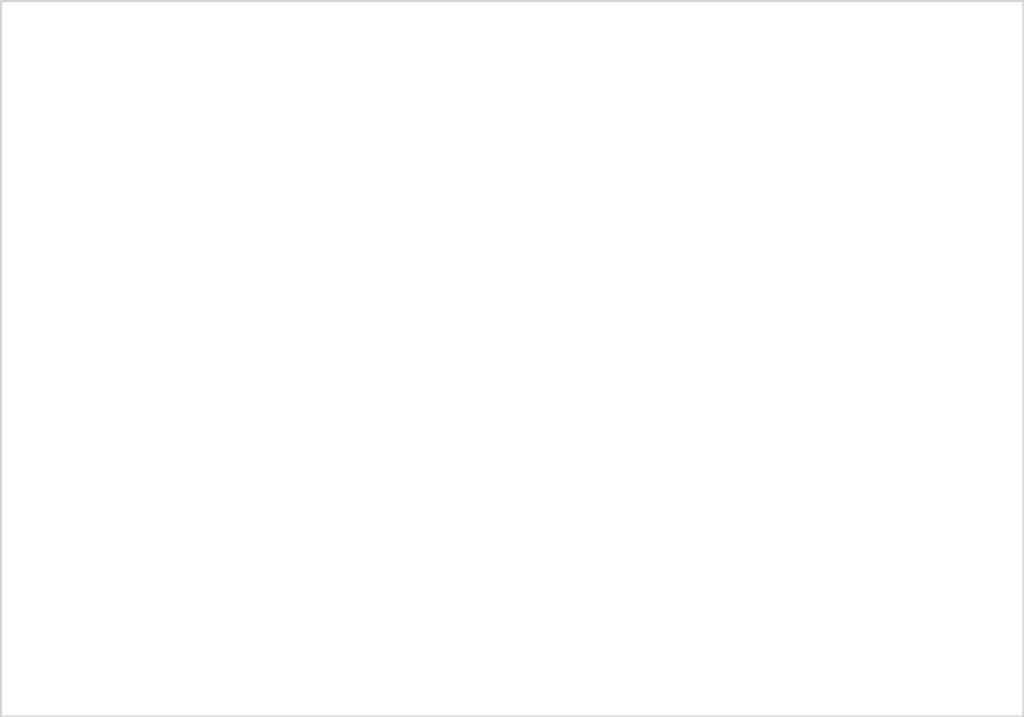
<source format=kicad_pcb>

(kicad_pcb (version 20221018) (generator pcbnew)
 (general (thickness 1.6))
 (paper "A4")
 (layers
  (0 "F.Cu" signal)
  (31 "B.Cu" signal)
  (36 "B.SilkS" user)
  (37 "F.SilkS" user)
  (38 "B.Mask" user)
  (39 "F.Mask" user)
  (44 "Edge.Cuts" user))
 (setup (pad_to_mask_clearance 0))
 (gr_rect (start 0 0) (end 50 35) (layer "Edge.Cuts") (width 0.1))
)

</source>
